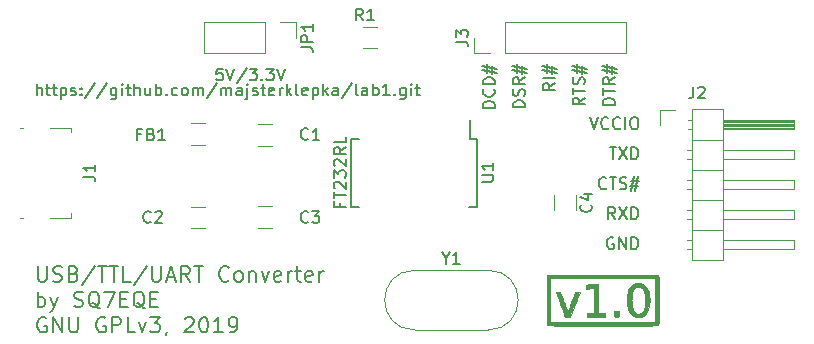
<source format=gbr>
%TF.GenerationSoftware,KiCad,Pcbnew,5.1.6-c6e7f7d~86~ubuntu18.04.1*%
%TF.CreationDate,2020-05-25T18:47:43+02:00*%
%TF.ProjectId,ft232rl_converter_v1,66743233-3272-46c5-9f63-6f6e76657274,1.0*%
%TF.SameCoordinates,PX4fefde0PY4d83c00*%
%TF.FileFunction,Legend,Top*%
%TF.FilePolarity,Positive*%
%FSLAX46Y46*%
G04 Gerber Fmt 4.6, Leading zero omitted, Abs format (unit mm)*
G04 Created by KiCad (PCBNEW 5.1.6-c6e7f7d~86~ubuntu18.04.1) date 2020-05-25 18:47:43*
%MOMM*%
%LPD*%
G01*
G04 APERTURE LIST*
%ADD10C,0.150000*%
%ADD11C,0.200000*%
%ADD12C,0.010000*%
%ADD13C,0.120000*%
%ADD14R,0.552000X1.852000*%
%ADD15O,1.802000X1.802000*%
%ADD16R,1.802000X1.802000*%
%ADD17C,1.602000*%
%ADD18R,2.002000X1.277000*%
%ADD19R,2.002000X2.477000*%
%ADD20R,2.202000X1.577000*%
%ADD21R,1.482000X0.552000*%
G04 APERTURE END LIST*
D10*
X2875595Y22407620D02*
X2875595Y23407620D01*
X3304166Y22407620D02*
X3304166Y22931429D01*
X3256547Y23026667D01*
X3161309Y23074286D01*
X3018452Y23074286D01*
X2923214Y23026667D01*
X2875595Y22979048D01*
X3637500Y23074286D02*
X4018452Y23074286D01*
X3780357Y23407620D02*
X3780357Y22550477D01*
X3827976Y22455239D01*
X3923214Y22407620D01*
X4018452Y22407620D01*
X4208928Y23074286D02*
X4589880Y23074286D01*
X4351785Y23407620D02*
X4351785Y22550477D01*
X4399404Y22455239D01*
X4494642Y22407620D01*
X4589880Y22407620D01*
X4923214Y23074286D02*
X4923214Y22074286D01*
X4923214Y23026667D02*
X5018452Y23074286D01*
X5208928Y23074286D01*
X5304166Y23026667D01*
X5351785Y22979048D01*
X5399404Y22883810D01*
X5399404Y22598096D01*
X5351785Y22502858D01*
X5304166Y22455239D01*
X5208928Y22407620D01*
X5018452Y22407620D01*
X4923214Y22455239D01*
X5780357Y22455239D02*
X5875595Y22407620D01*
X6066071Y22407620D01*
X6161309Y22455239D01*
X6208928Y22550477D01*
X6208928Y22598096D01*
X6161309Y22693334D01*
X6066071Y22740953D01*
X5923214Y22740953D01*
X5827976Y22788572D01*
X5780357Y22883810D01*
X5780357Y22931429D01*
X5827976Y23026667D01*
X5923214Y23074286D01*
X6066071Y23074286D01*
X6161309Y23026667D01*
X6637500Y22502858D02*
X6685119Y22455239D01*
X6637500Y22407620D01*
X6589880Y22455239D01*
X6637500Y22502858D01*
X6637500Y22407620D01*
X6637500Y23026667D02*
X6685119Y22979048D01*
X6637500Y22931429D01*
X6589880Y22979048D01*
X6637500Y23026667D01*
X6637500Y22931429D01*
X7827976Y23455239D02*
X6970833Y22169524D01*
X8875595Y23455239D02*
X8018452Y22169524D01*
X9637500Y23074286D02*
X9637500Y22264762D01*
X9589880Y22169524D01*
X9542261Y22121905D01*
X9447023Y22074286D01*
X9304166Y22074286D01*
X9208928Y22121905D01*
X9637500Y22455239D02*
X9542261Y22407620D01*
X9351785Y22407620D01*
X9256547Y22455239D01*
X9208928Y22502858D01*
X9161309Y22598096D01*
X9161309Y22883810D01*
X9208928Y22979048D01*
X9256547Y23026667D01*
X9351785Y23074286D01*
X9542261Y23074286D01*
X9637500Y23026667D01*
X10113690Y22407620D02*
X10113690Y23074286D01*
X10113690Y23407620D02*
X10066071Y23360000D01*
X10113690Y23312381D01*
X10161309Y23360000D01*
X10113690Y23407620D01*
X10113690Y23312381D01*
X10447023Y23074286D02*
X10827976Y23074286D01*
X10589880Y23407620D02*
X10589880Y22550477D01*
X10637500Y22455239D01*
X10732738Y22407620D01*
X10827976Y22407620D01*
X11161309Y22407620D02*
X11161309Y23407620D01*
X11589880Y22407620D02*
X11589880Y22931429D01*
X11542261Y23026667D01*
X11447023Y23074286D01*
X11304166Y23074286D01*
X11208928Y23026667D01*
X11161309Y22979048D01*
X12494642Y23074286D02*
X12494642Y22407620D01*
X12066071Y23074286D02*
X12066071Y22550477D01*
X12113690Y22455239D01*
X12208928Y22407620D01*
X12351785Y22407620D01*
X12447023Y22455239D01*
X12494642Y22502858D01*
X12970833Y22407620D02*
X12970833Y23407620D01*
X12970833Y23026667D02*
X13066071Y23074286D01*
X13256547Y23074286D01*
X13351785Y23026667D01*
X13399404Y22979048D01*
X13447023Y22883810D01*
X13447023Y22598096D01*
X13399404Y22502858D01*
X13351785Y22455239D01*
X13256547Y22407620D01*
X13066071Y22407620D01*
X12970833Y22455239D01*
X13875595Y22502858D02*
X13923214Y22455239D01*
X13875595Y22407620D01*
X13827976Y22455239D01*
X13875595Y22502858D01*
X13875595Y22407620D01*
X14780357Y22455239D02*
X14685119Y22407620D01*
X14494642Y22407620D01*
X14399404Y22455239D01*
X14351785Y22502858D01*
X14304166Y22598096D01*
X14304166Y22883810D01*
X14351785Y22979048D01*
X14399404Y23026667D01*
X14494642Y23074286D01*
X14685119Y23074286D01*
X14780357Y23026667D01*
X15351785Y22407620D02*
X15256547Y22455239D01*
X15208928Y22502858D01*
X15161309Y22598096D01*
X15161309Y22883810D01*
X15208928Y22979048D01*
X15256547Y23026667D01*
X15351785Y23074286D01*
X15494642Y23074286D01*
X15589880Y23026667D01*
X15637500Y22979048D01*
X15685119Y22883810D01*
X15685119Y22598096D01*
X15637500Y22502858D01*
X15589880Y22455239D01*
X15494642Y22407620D01*
X15351785Y22407620D01*
X16113690Y22407620D02*
X16113690Y23074286D01*
X16113690Y22979048D02*
X16161309Y23026667D01*
X16256547Y23074286D01*
X16399404Y23074286D01*
X16494642Y23026667D01*
X16542261Y22931429D01*
X16542261Y22407620D01*
X16542261Y22931429D02*
X16589880Y23026667D01*
X16685119Y23074286D01*
X16827976Y23074286D01*
X16923214Y23026667D01*
X16970833Y22931429D01*
X16970833Y22407620D01*
X18161309Y23455239D02*
X17304166Y22169524D01*
X18494642Y22407620D02*
X18494642Y23074286D01*
X18494642Y22979048D02*
X18542261Y23026667D01*
X18637500Y23074286D01*
X18780357Y23074286D01*
X18875595Y23026667D01*
X18923214Y22931429D01*
X18923214Y22407620D01*
X18923214Y22931429D02*
X18970833Y23026667D01*
X19066071Y23074286D01*
X19208928Y23074286D01*
X19304166Y23026667D01*
X19351785Y22931429D01*
X19351785Y22407620D01*
X20256547Y22407620D02*
X20256547Y22931429D01*
X20208928Y23026667D01*
X20113690Y23074286D01*
X19923214Y23074286D01*
X19827976Y23026667D01*
X20256547Y22455239D02*
X20161309Y22407620D01*
X19923214Y22407620D01*
X19827976Y22455239D01*
X19780357Y22550477D01*
X19780357Y22645715D01*
X19827976Y22740953D01*
X19923214Y22788572D01*
X20161309Y22788572D01*
X20256547Y22836191D01*
X20732738Y23074286D02*
X20732738Y22217143D01*
X20685119Y22121905D01*
X20589880Y22074286D01*
X20542261Y22074286D01*
X20732738Y23407620D02*
X20685119Y23360000D01*
X20732738Y23312381D01*
X20780357Y23360000D01*
X20732738Y23407620D01*
X20732738Y23312381D01*
X21161309Y22455239D02*
X21256547Y22407620D01*
X21447023Y22407620D01*
X21542261Y22455239D01*
X21589880Y22550477D01*
X21589880Y22598096D01*
X21542261Y22693334D01*
X21447023Y22740953D01*
X21304166Y22740953D01*
X21208928Y22788572D01*
X21161309Y22883810D01*
X21161309Y22931429D01*
X21208928Y23026667D01*
X21304166Y23074286D01*
X21447023Y23074286D01*
X21542261Y23026667D01*
X21875595Y23074286D02*
X22256547Y23074286D01*
X22018452Y23407620D02*
X22018452Y22550477D01*
X22066071Y22455239D01*
X22161309Y22407620D01*
X22256547Y22407620D01*
X22970833Y22455239D02*
X22875595Y22407620D01*
X22685119Y22407620D01*
X22589880Y22455239D01*
X22542261Y22550477D01*
X22542261Y22931429D01*
X22589880Y23026667D01*
X22685119Y23074286D01*
X22875595Y23074286D01*
X22970833Y23026667D01*
X23018452Y22931429D01*
X23018452Y22836191D01*
X22542261Y22740953D01*
X23447023Y22407620D02*
X23447023Y23074286D01*
X23447023Y22883810D02*
X23494642Y22979048D01*
X23542261Y23026667D01*
X23637500Y23074286D01*
X23732738Y23074286D01*
X24066071Y22407620D02*
X24066071Y23407620D01*
X24161309Y22788572D02*
X24447023Y22407620D01*
X24447023Y23074286D02*
X24066071Y22693334D01*
X25018452Y22407620D02*
X24923214Y22455239D01*
X24875595Y22550477D01*
X24875595Y23407620D01*
X25780357Y22455239D02*
X25685119Y22407620D01*
X25494642Y22407620D01*
X25399404Y22455239D01*
X25351785Y22550477D01*
X25351785Y22931429D01*
X25399404Y23026667D01*
X25494642Y23074286D01*
X25685119Y23074286D01*
X25780357Y23026667D01*
X25827976Y22931429D01*
X25827976Y22836191D01*
X25351785Y22740953D01*
X26256547Y23074286D02*
X26256547Y22074286D01*
X26256547Y23026667D02*
X26351785Y23074286D01*
X26542261Y23074286D01*
X26637500Y23026667D01*
X26685119Y22979048D01*
X26732738Y22883810D01*
X26732738Y22598096D01*
X26685119Y22502858D01*
X26637500Y22455239D01*
X26542261Y22407620D01*
X26351785Y22407620D01*
X26256547Y22455239D01*
X27161309Y22407620D02*
X27161309Y23407620D01*
X27256547Y22788572D02*
X27542261Y22407620D01*
X27542261Y23074286D02*
X27161309Y22693334D01*
X28399404Y22407620D02*
X28399404Y22931429D01*
X28351785Y23026667D01*
X28256547Y23074286D01*
X28066071Y23074286D01*
X27970833Y23026667D01*
X28399404Y22455239D02*
X28304166Y22407620D01*
X28066071Y22407620D01*
X27970833Y22455239D01*
X27923214Y22550477D01*
X27923214Y22645715D01*
X27970833Y22740953D01*
X28066071Y22788572D01*
X28304166Y22788572D01*
X28399404Y22836191D01*
X29589880Y23455239D02*
X28732738Y22169524D01*
X30066071Y22407620D02*
X29970833Y22455239D01*
X29923214Y22550477D01*
X29923214Y23407620D01*
X30875595Y22407620D02*
X30875595Y22931429D01*
X30827976Y23026667D01*
X30732738Y23074286D01*
X30542261Y23074286D01*
X30447023Y23026667D01*
X30875595Y22455239D02*
X30780357Y22407620D01*
X30542261Y22407620D01*
X30447023Y22455239D01*
X30399404Y22550477D01*
X30399404Y22645715D01*
X30447023Y22740953D01*
X30542261Y22788572D01*
X30780357Y22788572D01*
X30875595Y22836191D01*
X31351785Y22407620D02*
X31351785Y23407620D01*
X31351785Y23026667D02*
X31447023Y23074286D01*
X31637500Y23074286D01*
X31732738Y23026667D01*
X31780357Y22979048D01*
X31827976Y22883810D01*
X31827976Y22598096D01*
X31780357Y22502858D01*
X31732738Y22455239D01*
X31637500Y22407620D01*
X31447023Y22407620D01*
X31351785Y22455239D01*
X32780357Y22407620D02*
X32208928Y22407620D01*
X32494642Y22407620D02*
X32494642Y23407620D01*
X32399404Y23264762D01*
X32304166Y23169524D01*
X32208928Y23121905D01*
X33208928Y22502858D02*
X33256547Y22455239D01*
X33208928Y22407620D01*
X33161309Y22455239D01*
X33208928Y22502858D01*
X33208928Y22407620D01*
X34113690Y23074286D02*
X34113690Y22264762D01*
X34066071Y22169524D01*
X34018452Y22121905D01*
X33923214Y22074286D01*
X33780357Y22074286D01*
X33685119Y22121905D01*
X34113690Y22455239D02*
X34018452Y22407620D01*
X33827976Y22407620D01*
X33732738Y22455239D01*
X33685119Y22502858D01*
X33637500Y22598096D01*
X33637500Y22883810D01*
X33685119Y22979048D01*
X33732738Y23026667D01*
X33827976Y23074286D01*
X34018452Y23074286D01*
X34113690Y23026667D01*
X34589880Y22407620D02*
X34589880Y23074286D01*
X34589880Y23407620D02*
X34542261Y23360000D01*
X34589880Y23312381D01*
X34637500Y23360000D01*
X34589880Y23407620D01*
X34589880Y23312381D01*
X34923214Y23074286D02*
X35304166Y23074286D01*
X35066071Y23407620D02*
X35066071Y22550477D01*
X35113690Y22455239D01*
X35208928Y22407620D01*
X35304166Y22407620D01*
D11*
X2979523Y7941905D02*
X2979523Y6889524D01*
X3041428Y6765715D01*
X3103333Y6703810D01*
X3227142Y6641905D01*
X3474761Y6641905D01*
X3598571Y6703810D01*
X3660476Y6765715D01*
X3722380Y6889524D01*
X3722380Y7941905D01*
X4279523Y6703810D02*
X4465238Y6641905D01*
X4774761Y6641905D01*
X4898571Y6703810D01*
X4960476Y6765715D01*
X5022380Y6889524D01*
X5022380Y7013334D01*
X4960476Y7137143D01*
X4898571Y7199048D01*
X4774761Y7260953D01*
X4527142Y7322858D01*
X4403333Y7384762D01*
X4341428Y7446667D01*
X4279523Y7570477D01*
X4279523Y7694286D01*
X4341428Y7818096D01*
X4403333Y7880000D01*
X4527142Y7941905D01*
X4836666Y7941905D01*
X5022380Y7880000D01*
X6012857Y7322858D02*
X6198571Y7260953D01*
X6260476Y7199048D01*
X6322380Y7075239D01*
X6322380Y6889524D01*
X6260476Y6765715D01*
X6198571Y6703810D01*
X6074761Y6641905D01*
X5579523Y6641905D01*
X5579523Y7941905D01*
X6012857Y7941905D01*
X6136666Y7880000D01*
X6198571Y7818096D01*
X6260476Y7694286D01*
X6260476Y7570477D01*
X6198571Y7446667D01*
X6136666Y7384762D01*
X6012857Y7322858D01*
X5579523Y7322858D01*
X7808095Y8003810D02*
X6693809Y6332381D01*
X8055714Y7941905D02*
X8798571Y7941905D01*
X8427142Y6641905D02*
X8427142Y7941905D01*
X9046190Y7941905D02*
X9789047Y7941905D01*
X9417619Y6641905D02*
X9417619Y7941905D01*
X10841428Y6641905D02*
X10222380Y6641905D01*
X10222380Y7941905D01*
X12203333Y8003810D02*
X11089047Y6332381D01*
X12636666Y7941905D02*
X12636666Y6889524D01*
X12698571Y6765715D01*
X12760476Y6703810D01*
X12884285Y6641905D01*
X13131904Y6641905D01*
X13255714Y6703810D01*
X13317619Y6765715D01*
X13379523Y6889524D01*
X13379523Y7941905D01*
X13936666Y7013334D02*
X14555714Y7013334D01*
X13812857Y6641905D02*
X14246190Y7941905D01*
X14679523Y6641905D01*
X15855714Y6641905D02*
X15422380Y7260953D01*
X15112857Y6641905D02*
X15112857Y7941905D01*
X15608095Y7941905D01*
X15731904Y7880000D01*
X15793809Y7818096D01*
X15855714Y7694286D01*
X15855714Y7508572D01*
X15793809Y7384762D01*
X15731904Y7322858D01*
X15608095Y7260953D01*
X15112857Y7260953D01*
X16227142Y7941905D02*
X16970000Y7941905D01*
X16598571Y6641905D02*
X16598571Y7941905D01*
X19136666Y6765715D02*
X19074761Y6703810D01*
X18889047Y6641905D01*
X18765238Y6641905D01*
X18579523Y6703810D01*
X18455714Y6827620D01*
X18393809Y6951429D01*
X18331904Y7199048D01*
X18331904Y7384762D01*
X18393809Y7632381D01*
X18455714Y7756191D01*
X18579523Y7880000D01*
X18765238Y7941905D01*
X18889047Y7941905D01*
X19074761Y7880000D01*
X19136666Y7818096D01*
X19879523Y6641905D02*
X19755714Y6703810D01*
X19693809Y6765715D01*
X19631904Y6889524D01*
X19631904Y7260953D01*
X19693809Y7384762D01*
X19755714Y7446667D01*
X19879523Y7508572D01*
X20065238Y7508572D01*
X20189047Y7446667D01*
X20250952Y7384762D01*
X20312857Y7260953D01*
X20312857Y6889524D01*
X20250952Y6765715D01*
X20189047Y6703810D01*
X20065238Y6641905D01*
X19879523Y6641905D01*
X20870000Y7508572D02*
X20870000Y6641905D01*
X20870000Y7384762D02*
X20931904Y7446667D01*
X21055714Y7508572D01*
X21241428Y7508572D01*
X21365238Y7446667D01*
X21427142Y7322858D01*
X21427142Y6641905D01*
X21922380Y7508572D02*
X22231904Y6641905D01*
X22541428Y7508572D01*
X23531904Y6703810D02*
X23408095Y6641905D01*
X23160476Y6641905D01*
X23036666Y6703810D01*
X22974761Y6827620D01*
X22974761Y7322858D01*
X23036666Y7446667D01*
X23160476Y7508572D01*
X23408095Y7508572D01*
X23531904Y7446667D01*
X23593809Y7322858D01*
X23593809Y7199048D01*
X22974761Y7075239D01*
X24150952Y6641905D02*
X24150952Y7508572D01*
X24150952Y7260953D02*
X24212857Y7384762D01*
X24274761Y7446667D01*
X24398571Y7508572D01*
X24522380Y7508572D01*
X24770000Y7508572D02*
X25265238Y7508572D01*
X24955714Y7941905D02*
X24955714Y6827620D01*
X25017619Y6703810D01*
X25141428Y6641905D01*
X25265238Y6641905D01*
X26193809Y6703810D02*
X26070000Y6641905D01*
X25822380Y6641905D01*
X25698571Y6703810D01*
X25636666Y6827620D01*
X25636666Y7322858D01*
X25698571Y7446667D01*
X25822380Y7508572D01*
X26070000Y7508572D01*
X26193809Y7446667D01*
X26255714Y7322858D01*
X26255714Y7199048D01*
X25636666Y7075239D01*
X26812857Y6641905D02*
X26812857Y7508572D01*
X26812857Y7260953D02*
X26874761Y7384762D01*
X26936666Y7446667D01*
X27060476Y7508572D01*
X27184285Y7508572D01*
X2979523Y4491905D02*
X2979523Y5791905D01*
X2979523Y5296667D02*
X3103333Y5358572D01*
X3350952Y5358572D01*
X3474761Y5296667D01*
X3536666Y5234762D01*
X3598571Y5110953D01*
X3598571Y4739524D01*
X3536666Y4615715D01*
X3474761Y4553810D01*
X3350952Y4491905D01*
X3103333Y4491905D01*
X2979523Y4553810D01*
X4031904Y5358572D02*
X4341428Y4491905D01*
X4650952Y5358572D02*
X4341428Y4491905D01*
X4217619Y4182381D01*
X4155714Y4120477D01*
X4031904Y4058572D01*
X6074761Y4553810D02*
X6260476Y4491905D01*
X6570000Y4491905D01*
X6693809Y4553810D01*
X6755714Y4615715D01*
X6817619Y4739524D01*
X6817619Y4863334D01*
X6755714Y4987143D01*
X6693809Y5049048D01*
X6570000Y5110953D01*
X6322380Y5172858D01*
X6198571Y5234762D01*
X6136666Y5296667D01*
X6074761Y5420477D01*
X6074761Y5544286D01*
X6136666Y5668096D01*
X6198571Y5730000D01*
X6322380Y5791905D01*
X6631904Y5791905D01*
X6817619Y5730000D01*
X8241428Y4368096D02*
X8117619Y4430000D01*
X7993809Y4553810D01*
X7808095Y4739524D01*
X7684285Y4801429D01*
X7560476Y4801429D01*
X7622380Y4491905D02*
X7498571Y4553810D01*
X7374761Y4677620D01*
X7312857Y4925239D01*
X7312857Y5358572D01*
X7374761Y5606191D01*
X7498571Y5730000D01*
X7622380Y5791905D01*
X7870000Y5791905D01*
X7993809Y5730000D01*
X8117619Y5606191D01*
X8179523Y5358572D01*
X8179523Y4925239D01*
X8117619Y4677620D01*
X7993809Y4553810D01*
X7870000Y4491905D01*
X7622380Y4491905D01*
X8612857Y5791905D02*
X9479523Y5791905D01*
X8922380Y4491905D01*
X9974761Y5172858D02*
X10408095Y5172858D01*
X10593809Y4491905D02*
X9974761Y4491905D01*
X9974761Y5791905D01*
X10593809Y5791905D01*
X12017619Y4368096D02*
X11893809Y4430000D01*
X11770000Y4553810D01*
X11584285Y4739524D01*
X11460476Y4801429D01*
X11336666Y4801429D01*
X11398571Y4491905D02*
X11274761Y4553810D01*
X11150952Y4677620D01*
X11089047Y4925239D01*
X11089047Y5358572D01*
X11150952Y5606191D01*
X11274761Y5730000D01*
X11398571Y5791905D01*
X11646190Y5791905D01*
X11770000Y5730000D01*
X11893809Y5606191D01*
X11955714Y5358572D01*
X11955714Y4925239D01*
X11893809Y4677620D01*
X11770000Y4553810D01*
X11646190Y4491905D01*
X11398571Y4491905D01*
X12512857Y5172858D02*
X12946190Y5172858D01*
X13131904Y4491905D02*
X12512857Y4491905D01*
X12512857Y5791905D01*
X13131904Y5791905D01*
X3660476Y3580000D02*
X3536666Y3641905D01*
X3350952Y3641905D01*
X3165238Y3580000D01*
X3041428Y3456191D01*
X2979523Y3332381D01*
X2917619Y3084762D01*
X2917619Y2899048D01*
X2979523Y2651429D01*
X3041428Y2527620D01*
X3165238Y2403810D01*
X3350952Y2341905D01*
X3474761Y2341905D01*
X3660476Y2403810D01*
X3722380Y2465715D01*
X3722380Y2899048D01*
X3474761Y2899048D01*
X4279523Y2341905D02*
X4279523Y3641905D01*
X5022380Y2341905D01*
X5022380Y3641905D01*
X5641428Y3641905D02*
X5641428Y2589524D01*
X5703333Y2465715D01*
X5765238Y2403810D01*
X5889047Y2341905D01*
X6136666Y2341905D01*
X6260476Y2403810D01*
X6322380Y2465715D01*
X6384285Y2589524D01*
X6384285Y3641905D01*
X8674761Y3580000D02*
X8550952Y3641905D01*
X8365238Y3641905D01*
X8179523Y3580000D01*
X8055714Y3456191D01*
X7993809Y3332381D01*
X7931904Y3084762D01*
X7931904Y2899048D01*
X7993809Y2651429D01*
X8055714Y2527620D01*
X8179523Y2403810D01*
X8365238Y2341905D01*
X8489047Y2341905D01*
X8674761Y2403810D01*
X8736666Y2465715D01*
X8736666Y2899048D01*
X8489047Y2899048D01*
X9293809Y2341905D02*
X9293809Y3641905D01*
X9789047Y3641905D01*
X9912857Y3580000D01*
X9974761Y3518096D01*
X10036666Y3394286D01*
X10036666Y3208572D01*
X9974761Y3084762D01*
X9912857Y3022858D01*
X9789047Y2960953D01*
X9293809Y2960953D01*
X11212857Y2341905D02*
X10593809Y2341905D01*
X10593809Y3641905D01*
X11522380Y3208572D02*
X11831904Y2341905D01*
X12141428Y3208572D01*
X12512857Y3641905D02*
X13317619Y3641905D01*
X12884285Y3146667D01*
X13070000Y3146667D01*
X13193809Y3084762D01*
X13255714Y3022858D01*
X13317619Y2899048D01*
X13317619Y2589524D01*
X13255714Y2465715D01*
X13193809Y2403810D01*
X13070000Y2341905D01*
X12698571Y2341905D01*
X12574761Y2403810D01*
X12512857Y2465715D01*
X13936666Y2403810D02*
X13936666Y2341905D01*
X13874761Y2218096D01*
X13812857Y2156191D01*
X15422380Y3518096D02*
X15484285Y3580000D01*
X15608095Y3641905D01*
X15917619Y3641905D01*
X16041428Y3580000D01*
X16103333Y3518096D01*
X16165238Y3394286D01*
X16165238Y3270477D01*
X16103333Y3084762D01*
X15360476Y2341905D01*
X16165238Y2341905D01*
X16970000Y3641905D02*
X17093809Y3641905D01*
X17217619Y3580000D01*
X17279523Y3518096D01*
X17341428Y3394286D01*
X17403333Y3146667D01*
X17403333Y2837143D01*
X17341428Y2589524D01*
X17279523Y2465715D01*
X17217619Y2403810D01*
X17093809Y2341905D01*
X16970000Y2341905D01*
X16846190Y2403810D01*
X16784285Y2465715D01*
X16722380Y2589524D01*
X16660476Y2837143D01*
X16660476Y3146667D01*
X16722380Y3394286D01*
X16784285Y3518096D01*
X16846190Y3580000D01*
X16970000Y3641905D01*
X18641428Y2341905D02*
X17898571Y2341905D01*
X18270000Y2341905D02*
X18270000Y3641905D01*
X18146190Y3456191D01*
X18022380Y3332381D01*
X17898571Y3270477D01*
X19260476Y2341905D02*
X19508095Y2341905D01*
X19631904Y2403810D01*
X19693809Y2465715D01*
X19817619Y2651429D01*
X19879523Y2899048D01*
X19879523Y3394286D01*
X19817619Y3518096D01*
X19755714Y3580000D01*
X19631904Y3641905D01*
X19384285Y3641905D01*
X19260476Y3580000D01*
X19198571Y3518096D01*
X19136666Y3394286D01*
X19136666Y3084762D01*
X19198571Y2960953D01*
X19260476Y2899048D01*
X19384285Y2837143D01*
X19631904Y2837143D01*
X19755714Y2899048D01*
X19817619Y2960953D01*
X19879523Y3084762D01*
D10*
X51718785Y10346500D02*
X51623547Y10394120D01*
X51480690Y10394120D01*
X51337833Y10346500D01*
X51242595Y10251262D01*
X51194976Y10156024D01*
X51147357Y9965548D01*
X51147357Y9822691D01*
X51194976Y9632215D01*
X51242595Y9536977D01*
X51337833Y9441739D01*
X51480690Y9394120D01*
X51575928Y9394120D01*
X51718785Y9441739D01*
X51766404Y9489358D01*
X51766404Y9822691D01*
X51575928Y9822691D01*
X52194976Y9394120D02*
X52194976Y10394120D01*
X52766404Y9394120D01*
X52766404Y10394120D01*
X53242595Y9394120D02*
X53242595Y10394120D01*
X53480690Y10394120D01*
X53623547Y10346500D01*
X53718785Y10251262D01*
X53766404Y10156024D01*
X53814023Y9965548D01*
X53814023Y9822691D01*
X53766404Y9632215D01*
X53718785Y9536977D01*
X53623547Y9441739D01*
X53480690Y9394120D01*
X53242595Y9394120D01*
X51861642Y11934120D02*
X51528309Y12410310D01*
X51290214Y11934120D02*
X51290214Y12934120D01*
X51671166Y12934120D01*
X51766404Y12886500D01*
X51814023Y12838881D01*
X51861642Y12743643D01*
X51861642Y12600786D01*
X51814023Y12505548D01*
X51766404Y12457929D01*
X51671166Y12410310D01*
X51290214Y12410310D01*
X52194976Y12934120D02*
X52861642Y11934120D01*
X52861642Y12934120D02*
X52194976Y11934120D01*
X53242595Y11934120D02*
X53242595Y12934120D01*
X53480690Y12934120D01*
X53623547Y12886500D01*
X53718785Y12791262D01*
X53766404Y12696024D01*
X53814023Y12505548D01*
X53814023Y12362691D01*
X53766404Y12172215D01*
X53718785Y12076977D01*
X53623547Y11981739D01*
X53480690Y11934120D01*
X53242595Y11934120D01*
X51099738Y14569358D02*
X51052119Y14521739D01*
X50909261Y14474120D01*
X50814023Y14474120D01*
X50671166Y14521739D01*
X50575928Y14616977D01*
X50528309Y14712215D01*
X50480690Y14902691D01*
X50480690Y15045548D01*
X50528309Y15236024D01*
X50575928Y15331262D01*
X50671166Y15426500D01*
X50814023Y15474120D01*
X50909261Y15474120D01*
X51052119Y15426500D01*
X51099738Y15378881D01*
X51385452Y15474120D02*
X51956880Y15474120D01*
X51671166Y14474120D02*
X51671166Y15474120D01*
X52242595Y14521739D02*
X52385452Y14474120D01*
X52623547Y14474120D01*
X52718785Y14521739D01*
X52766404Y14569358D01*
X52814023Y14664596D01*
X52814023Y14759834D01*
X52766404Y14855072D01*
X52718785Y14902691D01*
X52623547Y14950310D01*
X52433071Y14997929D01*
X52337833Y15045548D01*
X52290214Y15093167D01*
X52242595Y15188405D01*
X52242595Y15283643D01*
X52290214Y15378881D01*
X52337833Y15426500D01*
X52433071Y15474120D01*
X52671166Y15474120D01*
X52814023Y15426500D01*
X53194976Y15140786D02*
X53909261Y15140786D01*
X53480690Y15569358D02*
X53194976Y14283643D01*
X53814023Y14712215D02*
X53099738Y14712215D01*
X53528309Y14283643D02*
X53814023Y15569358D01*
X51385452Y18014120D02*
X51956880Y18014120D01*
X51671166Y17014120D02*
X51671166Y18014120D01*
X52194976Y18014120D02*
X52861642Y17014120D01*
X52861642Y18014120D02*
X52194976Y17014120D01*
X53242595Y17014120D02*
X53242595Y18014120D01*
X53480690Y18014120D01*
X53623547Y17966500D01*
X53718785Y17871262D01*
X53766404Y17776024D01*
X53814023Y17585548D01*
X53814023Y17442691D01*
X53766404Y17252215D01*
X53718785Y17156977D01*
X53623547Y17061739D01*
X53480690Y17014120D01*
X53242595Y17014120D01*
X49718785Y20554120D02*
X50052119Y19554120D01*
X50385452Y20554120D01*
X51290214Y19649358D02*
X51242595Y19601739D01*
X51099738Y19554120D01*
X51004500Y19554120D01*
X50861642Y19601739D01*
X50766404Y19696977D01*
X50718785Y19792215D01*
X50671166Y19982691D01*
X50671166Y20125548D01*
X50718785Y20316024D01*
X50766404Y20411262D01*
X50861642Y20506500D01*
X51004500Y20554120D01*
X51099738Y20554120D01*
X51242595Y20506500D01*
X51290214Y20458881D01*
X52290214Y19649358D02*
X52242595Y19601739D01*
X52099738Y19554120D01*
X52004500Y19554120D01*
X51861642Y19601739D01*
X51766404Y19696977D01*
X51718785Y19792215D01*
X51671166Y19982691D01*
X51671166Y20125548D01*
X51718785Y20316024D01*
X51766404Y20411262D01*
X51861642Y20506500D01*
X52004500Y20554120D01*
X52099738Y20554120D01*
X52242595Y20506500D01*
X52290214Y20458881D01*
X52718785Y19554120D02*
X52718785Y20554120D01*
X53385452Y20554120D02*
X53575928Y20554120D01*
X53671166Y20506500D01*
X53766404Y20411262D01*
X53814023Y20220786D01*
X53814023Y19887453D01*
X53766404Y19696977D01*
X53671166Y19601739D01*
X53575928Y19554120D01*
X53385452Y19554120D01*
X53290214Y19601739D01*
X53194976Y19696977D01*
X53147357Y19887453D01*
X53147357Y20220786D01*
X53194976Y20411262D01*
X53290214Y20506500D01*
X53385452Y20554120D01*
X51819880Y21598143D02*
X50819880Y21598143D01*
X50819880Y21836239D01*
X50867500Y21979096D01*
X50962738Y22074334D01*
X51057976Y22121953D01*
X51248452Y22169572D01*
X51391309Y22169572D01*
X51581785Y22121953D01*
X51677023Y22074334D01*
X51772261Y21979096D01*
X51819880Y21836239D01*
X51819880Y21598143D01*
X50819880Y22455286D02*
X50819880Y23026715D01*
X51819880Y22741000D02*
X50819880Y22741000D01*
X51819880Y23931477D02*
X51343690Y23598143D01*
X51819880Y23360048D02*
X50819880Y23360048D01*
X50819880Y23741000D01*
X50867500Y23836239D01*
X50915119Y23883858D01*
X51010357Y23931477D01*
X51153214Y23931477D01*
X51248452Y23883858D01*
X51296071Y23836239D01*
X51343690Y23741000D01*
X51343690Y23360048D01*
X51153214Y24312429D02*
X51153214Y25026715D01*
X50724642Y24598143D02*
X52010357Y24312429D01*
X51581785Y24931477D02*
X51581785Y24217191D01*
X52010357Y24645762D02*
X50724642Y24931477D01*
X49279880Y22217191D02*
X48803690Y21883858D01*
X49279880Y21645763D02*
X48279880Y21645763D01*
X48279880Y22026715D01*
X48327500Y22121953D01*
X48375119Y22169572D01*
X48470357Y22217191D01*
X48613214Y22217191D01*
X48708452Y22169572D01*
X48756071Y22121953D01*
X48803690Y22026715D01*
X48803690Y21645763D01*
X48279880Y22502906D02*
X48279880Y23074334D01*
X49279880Y22788620D02*
X48279880Y22788620D01*
X49232261Y23360049D02*
X49279880Y23502906D01*
X49279880Y23741001D01*
X49232261Y23836239D01*
X49184642Y23883858D01*
X49089404Y23931477D01*
X48994166Y23931477D01*
X48898928Y23883858D01*
X48851309Y23836239D01*
X48803690Y23741001D01*
X48756071Y23550525D01*
X48708452Y23455287D01*
X48660833Y23407668D01*
X48565595Y23360049D01*
X48470357Y23360049D01*
X48375119Y23407668D01*
X48327500Y23455287D01*
X48279880Y23550525D01*
X48279880Y23788620D01*
X48327500Y23931477D01*
X48613214Y24312430D02*
X48613214Y25026715D01*
X48184642Y24598144D02*
X49470357Y24312430D01*
X49041785Y24931477D02*
X49041785Y24217191D01*
X49470357Y24645763D02*
X48184642Y24931477D01*
X46739880Y23455287D02*
X46263690Y23121954D01*
X46739880Y22883858D02*
X45739880Y22883858D01*
X45739880Y23264811D01*
X45787500Y23360049D01*
X45835119Y23407668D01*
X45930357Y23455287D01*
X46073214Y23455287D01*
X46168452Y23407668D01*
X46216071Y23360049D01*
X46263690Y23264811D01*
X46263690Y22883858D01*
X46739880Y23883858D02*
X45739880Y23883858D01*
X46073214Y24312430D02*
X46073214Y25026716D01*
X45644642Y24598144D02*
X46930357Y24312430D01*
X46501785Y24931478D02*
X46501785Y24217192D01*
X46930357Y24645763D02*
X45644642Y24931478D01*
X44199880Y21407667D02*
X43199880Y21407667D01*
X43199880Y21645762D01*
X43247500Y21788620D01*
X43342738Y21883858D01*
X43437976Y21931477D01*
X43628452Y21979096D01*
X43771309Y21979096D01*
X43961785Y21931477D01*
X44057023Y21883858D01*
X44152261Y21788620D01*
X44199880Y21645762D01*
X44199880Y21407667D01*
X44152261Y22360048D02*
X44199880Y22502905D01*
X44199880Y22741001D01*
X44152261Y22836239D01*
X44104642Y22883858D01*
X44009404Y22931477D01*
X43914166Y22931477D01*
X43818928Y22883858D01*
X43771309Y22836239D01*
X43723690Y22741001D01*
X43676071Y22550524D01*
X43628452Y22455286D01*
X43580833Y22407667D01*
X43485595Y22360048D01*
X43390357Y22360048D01*
X43295119Y22407667D01*
X43247500Y22455286D01*
X43199880Y22550524D01*
X43199880Y22788620D01*
X43247500Y22931477D01*
X44199880Y23931477D02*
X43723690Y23598143D01*
X44199880Y23360048D02*
X43199880Y23360048D01*
X43199880Y23741001D01*
X43247500Y23836239D01*
X43295119Y23883858D01*
X43390357Y23931477D01*
X43533214Y23931477D01*
X43628452Y23883858D01*
X43676071Y23836239D01*
X43723690Y23741001D01*
X43723690Y23360048D01*
X43533214Y24312429D02*
X43533214Y25026715D01*
X43104642Y24598143D02*
X44390357Y24312429D01*
X43961785Y24931477D02*
X43961785Y24217191D01*
X44390357Y24645762D02*
X43104642Y24931477D01*
X41659880Y21360049D02*
X40659880Y21360049D01*
X40659880Y21598144D01*
X40707500Y21741001D01*
X40802738Y21836239D01*
X40897976Y21883858D01*
X41088452Y21931477D01*
X41231309Y21931477D01*
X41421785Y21883858D01*
X41517023Y21836239D01*
X41612261Y21741001D01*
X41659880Y21598144D01*
X41659880Y21360049D01*
X41564642Y22931477D02*
X41612261Y22883858D01*
X41659880Y22741001D01*
X41659880Y22645763D01*
X41612261Y22502906D01*
X41517023Y22407668D01*
X41421785Y22360049D01*
X41231309Y22312430D01*
X41088452Y22312430D01*
X40897976Y22360049D01*
X40802738Y22407668D01*
X40707500Y22502906D01*
X40659880Y22645763D01*
X40659880Y22741001D01*
X40707500Y22883858D01*
X40755119Y22931477D01*
X41659880Y23360049D02*
X40659880Y23360049D01*
X40659880Y23598144D01*
X40707500Y23741001D01*
X40802738Y23836239D01*
X40897976Y23883858D01*
X41088452Y23931477D01*
X41231309Y23931477D01*
X41421785Y23883858D01*
X41517023Y23836239D01*
X41612261Y23741001D01*
X41659880Y23598144D01*
X41659880Y23360049D01*
X40993214Y24312430D02*
X40993214Y25026715D01*
X40564642Y24598144D02*
X41850357Y24312430D01*
X41421785Y24931477D02*
X41421785Y24217192D01*
X41850357Y24645763D02*
X40564642Y24931477D01*
X18621666Y24677620D02*
X18145476Y24677620D01*
X18097857Y24201429D01*
X18145476Y24249048D01*
X18240714Y24296667D01*
X18478809Y24296667D01*
X18574047Y24249048D01*
X18621666Y24201429D01*
X18669285Y24106191D01*
X18669285Y23868096D01*
X18621666Y23772858D01*
X18574047Y23725239D01*
X18478809Y23677620D01*
X18240714Y23677620D01*
X18145476Y23725239D01*
X18097857Y23772858D01*
X18955000Y24677620D02*
X19288333Y23677620D01*
X19621666Y24677620D01*
X20669285Y24725239D02*
X19812142Y23439524D01*
X20907380Y24677620D02*
X21526428Y24677620D01*
X21193095Y24296667D01*
X21335952Y24296667D01*
X21431190Y24249048D01*
X21478809Y24201429D01*
X21526428Y24106191D01*
X21526428Y23868096D01*
X21478809Y23772858D01*
X21431190Y23725239D01*
X21335952Y23677620D01*
X21050238Y23677620D01*
X20955000Y23725239D01*
X20907380Y23772858D01*
X21955000Y23772858D02*
X22002619Y23725239D01*
X21955000Y23677620D01*
X21907380Y23725239D01*
X21955000Y23772858D01*
X21955000Y23677620D01*
X22335952Y24677620D02*
X22955000Y24677620D01*
X22621666Y24296667D01*
X22764523Y24296667D01*
X22859761Y24249048D01*
X22907380Y24201429D01*
X22955000Y24106191D01*
X22955000Y23868096D01*
X22907380Y23772858D01*
X22859761Y23725239D01*
X22764523Y23677620D01*
X22478809Y23677620D01*
X22383571Y23725239D01*
X22335952Y23772858D01*
X23240714Y24677620D02*
X23574047Y23677620D01*
X23907380Y24677620D01*
%TO.C,U1*%
X40170000Y18750000D02*
X39595000Y18750000D01*
X40170000Y13000000D02*
X39520000Y13000000D01*
X29520000Y13000000D02*
X30170000Y13000000D01*
X29520000Y18750000D02*
X30170000Y18750000D01*
X40170000Y18750000D02*
X40170000Y13000000D01*
X29520000Y18750000D02*
X29520000Y13000000D01*
X39595000Y18750000D02*
X39595000Y20350000D01*
D12*
%TO.C,G\u002A\u002A\u002A*%
G36*
X51322917Y7238997D02*
G01*
X51805164Y7238976D01*
X52248403Y7238922D01*
X52654297Y7238822D01*
X53024510Y7238659D01*
X53360703Y7238419D01*
X53664540Y7238086D01*
X53937684Y7237647D01*
X54181797Y7237085D01*
X54398542Y7236386D01*
X54589583Y7235534D01*
X54756582Y7234516D01*
X54901201Y7233316D01*
X55025104Y7231918D01*
X55129954Y7230308D01*
X55217413Y7228472D01*
X55289144Y7226393D01*
X55346811Y7224057D01*
X55392075Y7221449D01*
X55426600Y7218554D01*
X55452049Y7215357D01*
X55470084Y7211843D01*
X55482369Y7207998D01*
X55490566Y7203805D01*
X55496338Y7199251D01*
X55499000Y7196667D01*
X55505985Y7188975D01*
X55512156Y7179034D01*
X55517563Y7164327D01*
X55522258Y7142332D01*
X55526290Y7110531D01*
X55529710Y7066403D01*
X55532568Y7007429D01*
X55534914Y6931090D01*
X55536800Y6834865D01*
X55538275Y6716235D01*
X55539389Y6572681D01*
X55540194Y6401682D01*
X55540739Y6200719D01*
X55541075Y5967273D01*
X55541253Y5698823D01*
X55541322Y5392850D01*
X55541333Y5080000D01*
X55541319Y4737728D01*
X55541242Y4435269D01*
X55541052Y4170105D01*
X55540699Y3939714D01*
X55540132Y3741579D01*
X55539301Y3573178D01*
X55538156Y3431993D01*
X55536646Y3315503D01*
X55534721Y3221190D01*
X55532330Y3146533D01*
X55529423Y3089012D01*
X55525950Y3046109D01*
X55521860Y3015303D01*
X55517102Y2994074D01*
X55511627Y2979904D01*
X55505384Y2970272D01*
X55499000Y2963334D01*
X55493842Y2958580D01*
X55487146Y2954196D01*
X55477249Y2950167D01*
X55462489Y2946478D01*
X55441203Y2943114D01*
X55411728Y2940060D01*
X55372400Y2937301D01*
X55321558Y2934822D01*
X55257539Y2932608D01*
X55178679Y2930644D01*
X55083315Y2928915D01*
X54969785Y2927406D01*
X54836427Y2926102D01*
X54681576Y2924988D01*
X54503570Y2924050D01*
X54300748Y2923271D01*
X54071444Y2922638D01*
X53813997Y2922135D01*
X53526745Y2921747D01*
X53208023Y2921460D01*
X52856169Y2921257D01*
X52469521Y2921125D01*
X52046415Y2921049D01*
X51585189Y2921012D01*
X51084179Y2921001D01*
X50800000Y2921000D01*
X50277083Y2921004D01*
X49794836Y2921025D01*
X49351597Y2921079D01*
X48945702Y2921179D01*
X48575490Y2921342D01*
X48239297Y2921582D01*
X47935459Y2921915D01*
X47662316Y2922354D01*
X47418203Y2922916D01*
X47201457Y2923615D01*
X47010417Y2924467D01*
X46843418Y2925485D01*
X46698799Y2926685D01*
X46574895Y2928083D01*
X46470046Y2929693D01*
X46382587Y2931529D01*
X46310855Y2933608D01*
X46253189Y2935944D01*
X46207924Y2938552D01*
X46173399Y2941447D01*
X46147951Y2944644D01*
X46129915Y2948158D01*
X46117631Y2952003D01*
X46109434Y2956196D01*
X46103662Y2960750D01*
X46101000Y2963334D01*
X46094015Y2971026D01*
X46087844Y2980967D01*
X46082436Y2995674D01*
X46077742Y3017669D01*
X46073710Y3049470D01*
X46070290Y3093598D01*
X46067432Y3152572D01*
X46065085Y3228911D01*
X46063200Y3325136D01*
X46061725Y3443766D01*
X46060610Y3587320D01*
X46059806Y3758319D01*
X46059261Y3959282D01*
X46058924Y4192728D01*
X46058747Y4461178D01*
X46058678Y4767151D01*
X46058666Y5080000D01*
X46058681Y5422273D01*
X46058758Y5724732D01*
X46058948Y5989896D01*
X46059301Y6220287D01*
X46059867Y6418422D01*
X46060698Y6586823D01*
X46061843Y6728008D01*
X46063353Y6844498D01*
X46065279Y6938811D01*
X46065402Y6942667D01*
X46355000Y6942667D01*
X46355000Y3217334D01*
X55245000Y3217334D01*
X55245000Y6942667D01*
X46355000Y6942667D01*
X46065402Y6942667D01*
X46067670Y7013468D01*
X46070577Y7070989D01*
X46074050Y7113892D01*
X46078140Y7144698D01*
X46082898Y7165927D01*
X46088372Y7180097D01*
X46094615Y7189729D01*
X46101000Y7196667D01*
X46106158Y7201421D01*
X46112854Y7205805D01*
X46122751Y7209834D01*
X46137511Y7213523D01*
X46158797Y7216887D01*
X46188272Y7219941D01*
X46227599Y7222700D01*
X46278441Y7225179D01*
X46342461Y7227393D01*
X46421321Y7229357D01*
X46516685Y7231086D01*
X46630214Y7232595D01*
X46763573Y7233899D01*
X46918424Y7235013D01*
X47096429Y7235951D01*
X47299252Y7236730D01*
X47528556Y7237363D01*
X47786002Y7237866D01*
X48073255Y7238254D01*
X48391977Y7238541D01*
X48743831Y7238744D01*
X49130479Y7238876D01*
X49553585Y7238952D01*
X50014811Y7238989D01*
X50515820Y7239000D01*
X50800000Y7239001D01*
X51322917Y7238997D01*
G37*
X51322917Y7238997D02*
X51805164Y7238976D01*
X52248403Y7238922D01*
X52654297Y7238822D01*
X53024510Y7238659D01*
X53360703Y7238419D01*
X53664540Y7238086D01*
X53937684Y7237647D01*
X54181797Y7237085D01*
X54398542Y7236386D01*
X54589583Y7235534D01*
X54756582Y7234516D01*
X54901201Y7233316D01*
X55025104Y7231918D01*
X55129954Y7230308D01*
X55217413Y7228472D01*
X55289144Y7226393D01*
X55346811Y7224057D01*
X55392075Y7221449D01*
X55426600Y7218554D01*
X55452049Y7215357D01*
X55470084Y7211843D01*
X55482369Y7207998D01*
X55490566Y7203805D01*
X55496338Y7199251D01*
X55499000Y7196667D01*
X55505985Y7188975D01*
X55512156Y7179034D01*
X55517563Y7164327D01*
X55522258Y7142332D01*
X55526290Y7110531D01*
X55529710Y7066403D01*
X55532568Y7007429D01*
X55534914Y6931090D01*
X55536800Y6834865D01*
X55538275Y6716235D01*
X55539389Y6572681D01*
X55540194Y6401682D01*
X55540739Y6200719D01*
X55541075Y5967273D01*
X55541253Y5698823D01*
X55541322Y5392850D01*
X55541333Y5080000D01*
X55541319Y4737728D01*
X55541242Y4435269D01*
X55541052Y4170105D01*
X55540699Y3939714D01*
X55540132Y3741579D01*
X55539301Y3573178D01*
X55538156Y3431993D01*
X55536646Y3315503D01*
X55534721Y3221190D01*
X55532330Y3146533D01*
X55529423Y3089012D01*
X55525950Y3046109D01*
X55521860Y3015303D01*
X55517102Y2994074D01*
X55511627Y2979904D01*
X55505384Y2970272D01*
X55499000Y2963334D01*
X55493842Y2958580D01*
X55487146Y2954196D01*
X55477249Y2950167D01*
X55462489Y2946478D01*
X55441203Y2943114D01*
X55411728Y2940060D01*
X55372400Y2937301D01*
X55321558Y2934822D01*
X55257539Y2932608D01*
X55178679Y2930644D01*
X55083315Y2928915D01*
X54969785Y2927406D01*
X54836427Y2926102D01*
X54681576Y2924988D01*
X54503570Y2924050D01*
X54300748Y2923271D01*
X54071444Y2922638D01*
X53813997Y2922135D01*
X53526745Y2921747D01*
X53208023Y2921460D01*
X52856169Y2921257D01*
X52469521Y2921125D01*
X52046415Y2921049D01*
X51585189Y2921012D01*
X51084179Y2921001D01*
X50800000Y2921000D01*
X50277083Y2921004D01*
X49794836Y2921025D01*
X49351597Y2921079D01*
X48945702Y2921179D01*
X48575490Y2921342D01*
X48239297Y2921582D01*
X47935459Y2921915D01*
X47662316Y2922354D01*
X47418203Y2922916D01*
X47201457Y2923615D01*
X47010417Y2924467D01*
X46843418Y2925485D01*
X46698799Y2926685D01*
X46574895Y2928083D01*
X46470046Y2929693D01*
X46382587Y2931529D01*
X46310855Y2933608D01*
X46253189Y2935944D01*
X46207924Y2938552D01*
X46173399Y2941447D01*
X46147951Y2944644D01*
X46129915Y2948158D01*
X46117631Y2952003D01*
X46109434Y2956196D01*
X46103662Y2960750D01*
X46101000Y2963334D01*
X46094015Y2971026D01*
X46087844Y2980967D01*
X46082436Y2995674D01*
X46077742Y3017669D01*
X46073710Y3049470D01*
X46070290Y3093598D01*
X46067432Y3152572D01*
X46065085Y3228911D01*
X46063200Y3325136D01*
X46061725Y3443766D01*
X46060610Y3587320D01*
X46059806Y3758319D01*
X46059261Y3959282D01*
X46058924Y4192728D01*
X46058747Y4461178D01*
X46058678Y4767151D01*
X46058666Y5080000D01*
X46058681Y5422273D01*
X46058758Y5724732D01*
X46058948Y5989896D01*
X46059301Y6220287D01*
X46059867Y6418422D01*
X46060698Y6586823D01*
X46061843Y6728008D01*
X46063353Y6844498D01*
X46065279Y6938811D01*
X46065402Y6942667D01*
X46355000Y6942667D01*
X46355000Y3217334D01*
X55245000Y3217334D01*
X55245000Y6942667D01*
X46355000Y6942667D01*
X46065402Y6942667D01*
X46067670Y7013468D01*
X46070577Y7070989D01*
X46074050Y7113892D01*
X46078140Y7144698D01*
X46082898Y7165927D01*
X46088372Y7180097D01*
X46094615Y7189729D01*
X46101000Y7196667D01*
X46106158Y7201421D01*
X46112854Y7205805D01*
X46122751Y7209834D01*
X46137511Y7213523D01*
X46158797Y7216887D01*
X46188272Y7219941D01*
X46227599Y7222700D01*
X46278441Y7225179D01*
X46342461Y7227393D01*
X46421321Y7229357D01*
X46516685Y7231086D01*
X46630214Y7232595D01*
X46763573Y7233899D01*
X46918424Y7235013D01*
X47096429Y7235951D01*
X47299252Y7236730D01*
X47528556Y7237363D01*
X47786002Y7237866D01*
X48073255Y7238254D01*
X48391977Y7238541D01*
X48743831Y7238744D01*
X49130479Y7238876D01*
X49553585Y7238952D01*
X50014811Y7238989D01*
X50515820Y7239000D01*
X50800000Y7239001D01*
X51322917Y7238997D01*
G36*
X53922158Y6507806D02*
G01*
X53998249Y6503736D01*
X54057025Y6494219D01*
X54110988Y6477054D01*
X54172642Y6450040D01*
X54186667Y6443418D01*
X54344003Y6345592D01*
X54477089Y6213630D01*
X54584333Y6049157D01*
X54596356Y6025346D01*
X54649325Y5907057D01*
X54689800Y5790376D01*
X54720525Y5664167D01*
X54744239Y5517294D01*
X54762640Y5349875D01*
X54774589Y5187735D01*
X54776999Y5043170D01*
X54769885Y4892516D01*
X54763004Y4810125D01*
X54727709Y4547508D01*
X54673094Y4321283D01*
X54598258Y4129723D01*
X54502301Y3971103D01*
X54384318Y3843697D01*
X54243410Y3745780D01*
X54193668Y3720550D01*
X54114872Y3686891D01*
X54043866Y3666145D01*
X53963788Y3654676D01*
X53861579Y3648981D01*
X53764494Y3648140D01*
X53673865Y3651733D01*
X53604908Y3659016D01*
X53588622Y3662321D01*
X53420844Y3725859D01*
X53272566Y3826034D01*
X53145050Y3961279D01*
X53039559Y4130027D01*
X52957356Y4330711D01*
X52911429Y4502708D01*
X52886195Y4660671D01*
X52870421Y4846622D01*
X52864116Y5047522D01*
X52864559Y5075874D01*
X53243820Y5075874D01*
X53246019Y4908498D01*
X53253168Y4751749D01*
X53265291Y4616164D01*
X53281617Y4515753D01*
X53337325Y4329191D01*
X53411861Y4177699D01*
X53504021Y4062259D01*
X53612603Y3983856D01*
X53736405Y3943472D01*
X53874222Y3942092D01*
X53961341Y3959892D01*
X54049120Y4001443D01*
X54137693Y4072297D01*
X54215378Y4161301D01*
X54268908Y4253555D01*
X54307008Y4348804D01*
X54336140Y4440107D01*
X54357397Y4535296D01*
X54371870Y4642204D01*
X54380651Y4768664D01*
X54384831Y4922511D01*
X54385562Y5090584D01*
X54384723Y5246038D01*
X54382610Y5366952D01*
X54378625Y5461110D01*
X54372167Y5536301D01*
X54362639Y5600310D01*
X54349442Y5660924D01*
X54338501Y5702593D01*
X54274763Y5883221D01*
X54193414Y6025572D01*
X54094550Y6129552D01*
X53978268Y6195063D01*
X53844664Y6222011D01*
X53816250Y6222764D01*
X53680905Y6204151D01*
X53563294Y6148071D01*
X53463088Y6054168D01*
X53379962Y5922084D01*
X53313589Y5751462D01*
X53284072Y5640917D01*
X53266698Y5536399D01*
X53254183Y5400361D01*
X53246549Y5243341D01*
X53243820Y5075874D01*
X52864559Y5075874D01*
X52867285Y5250332D01*
X52879934Y5442013D01*
X52902070Y5609526D01*
X52910872Y5654564D01*
X52974541Y5877841D01*
X53062601Y6071142D01*
X53173700Y6232487D01*
X53306489Y6359895D01*
X53451938Y6447897D01*
X53515125Y6475240D01*
X53570387Y6492902D01*
X53630217Y6502966D01*
X53707107Y6507514D01*
X53813550Y6508629D01*
X53816250Y6508631D01*
X53922158Y6507806D01*
G37*
X53922158Y6507806D02*
X53998249Y6503736D01*
X54057025Y6494219D01*
X54110988Y6477054D01*
X54172642Y6450040D01*
X54186667Y6443418D01*
X54344003Y6345592D01*
X54477089Y6213630D01*
X54584333Y6049157D01*
X54596356Y6025346D01*
X54649325Y5907057D01*
X54689800Y5790376D01*
X54720525Y5664167D01*
X54744239Y5517294D01*
X54762640Y5349875D01*
X54774589Y5187735D01*
X54776999Y5043170D01*
X54769885Y4892516D01*
X54763004Y4810125D01*
X54727709Y4547508D01*
X54673094Y4321283D01*
X54598258Y4129723D01*
X54502301Y3971103D01*
X54384318Y3843697D01*
X54243410Y3745780D01*
X54193668Y3720550D01*
X54114872Y3686891D01*
X54043866Y3666145D01*
X53963788Y3654676D01*
X53861579Y3648981D01*
X53764494Y3648140D01*
X53673865Y3651733D01*
X53604908Y3659016D01*
X53588622Y3662321D01*
X53420844Y3725859D01*
X53272566Y3826034D01*
X53145050Y3961279D01*
X53039559Y4130027D01*
X52957356Y4330711D01*
X52911429Y4502708D01*
X52886195Y4660671D01*
X52870421Y4846622D01*
X52864116Y5047522D01*
X52864559Y5075874D01*
X53243820Y5075874D01*
X53246019Y4908498D01*
X53253168Y4751749D01*
X53265291Y4616164D01*
X53281617Y4515753D01*
X53337325Y4329191D01*
X53411861Y4177699D01*
X53504021Y4062259D01*
X53612603Y3983856D01*
X53736405Y3943472D01*
X53874222Y3942092D01*
X53961341Y3959892D01*
X54049120Y4001443D01*
X54137693Y4072297D01*
X54215378Y4161301D01*
X54268908Y4253555D01*
X54307008Y4348804D01*
X54336140Y4440107D01*
X54357397Y4535296D01*
X54371870Y4642204D01*
X54380651Y4768664D01*
X54384831Y4922511D01*
X54385562Y5090584D01*
X54384723Y5246038D01*
X54382610Y5366952D01*
X54378625Y5461110D01*
X54372167Y5536301D01*
X54362639Y5600310D01*
X54349442Y5660924D01*
X54338501Y5702593D01*
X54274763Y5883221D01*
X54193414Y6025572D01*
X54094550Y6129552D01*
X53978268Y6195063D01*
X53844664Y6222011D01*
X53816250Y6222764D01*
X53680905Y6204151D01*
X53563294Y6148071D01*
X53463088Y6054168D01*
X53379962Y5922084D01*
X53313589Y5751462D01*
X53284072Y5640917D01*
X53266698Y5536399D01*
X53254183Y5400361D01*
X53246549Y5243341D01*
X53243820Y5075874D01*
X52864559Y5075874D01*
X52867285Y5250332D01*
X52879934Y5442013D01*
X52902070Y5609526D01*
X52910872Y5654564D01*
X52974541Y5877841D01*
X53062601Y6071142D01*
X53173700Y6232487D01*
X53306489Y6359895D01*
X53451938Y6447897D01*
X53515125Y6475240D01*
X53570387Y6492902D01*
X53630217Y6502966D01*
X53707107Y6507514D01*
X53813550Y6508629D01*
X53816250Y6508631D01*
X53922158Y6507806D01*
G36*
X47141414Y5772048D02*
G01*
X47178028Y5765719D01*
X47181642Y5763535D01*
X47192130Y5740708D01*
X47215676Y5682360D01*
X47250675Y5592687D01*
X47295522Y5475879D01*
X47348612Y5336132D01*
X47408342Y5177638D01*
X47473105Y5004591D01*
X47510050Y4905375D01*
X47576714Y4726882D01*
X47639164Y4561304D01*
X47695816Y4412726D01*
X47745082Y4285236D01*
X47785376Y4182919D01*
X47815113Y4109862D01*
X47832705Y4070150D01*
X47836667Y4064000D01*
X47846740Y4083183D01*
X47869848Y4138008D01*
X47904406Y4224389D01*
X47948826Y4338238D01*
X48001524Y4475471D01*
X48060911Y4632000D01*
X48125403Y4803740D01*
X48163283Y4905375D01*
X48230120Y5084604D01*
X48292799Y5251571D01*
X48349716Y5402083D01*
X48399267Y5531946D01*
X48439847Y5636968D01*
X48469851Y5712955D01*
X48487674Y5755713D01*
X48491691Y5763535D01*
X48518860Y5770649D01*
X48577078Y5774614D01*
X48655134Y5774794D01*
X48677963Y5774119D01*
X48848573Y5767917D01*
X48765405Y5545667D01*
X48739364Y5476231D01*
X48700545Y5372933D01*
X48651112Y5241522D01*
X48593228Y5087745D01*
X48529058Y4917349D01*
X48460764Y4736084D01*
X48390511Y4549695D01*
X48372985Y4503209D01*
X48063734Y3683000D01*
X47607534Y3683000D01*
X47553217Y3825875D01*
X47534435Y3875558D01*
X47502612Y3960065D01*
X47459557Y4074581D01*
X47407079Y4214287D01*
X47346987Y4374365D01*
X47281090Y4549999D01*
X47211198Y4736370D01*
X47161729Y4868334D01*
X46824560Y5767917D01*
X46995270Y5774119D01*
X47076760Y5775060D01*
X47141414Y5772048D01*
G37*
X47141414Y5772048D02*
X47178028Y5765719D01*
X47181642Y5763535D01*
X47192130Y5740708D01*
X47215676Y5682360D01*
X47250675Y5592687D01*
X47295522Y5475879D01*
X47348612Y5336132D01*
X47408342Y5177638D01*
X47473105Y5004591D01*
X47510050Y4905375D01*
X47576714Y4726882D01*
X47639164Y4561304D01*
X47695816Y4412726D01*
X47745082Y4285236D01*
X47785376Y4182919D01*
X47815113Y4109862D01*
X47832705Y4070150D01*
X47836667Y4064000D01*
X47846740Y4083183D01*
X47869848Y4138008D01*
X47904406Y4224389D01*
X47948826Y4338238D01*
X48001524Y4475471D01*
X48060911Y4632000D01*
X48125403Y4803740D01*
X48163283Y4905375D01*
X48230120Y5084604D01*
X48292799Y5251571D01*
X48349716Y5402083D01*
X48399267Y5531946D01*
X48439847Y5636968D01*
X48469851Y5712955D01*
X48487674Y5755713D01*
X48491691Y5763535D01*
X48518860Y5770649D01*
X48577078Y5774614D01*
X48655134Y5774794D01*
X48677963Y5774119D01*
X48848573Y5767917D01*
X48765405Y5545667D01*
X48739364Y5476231D01*
X48700545Y5372933D01*
X48651112Y5241522D01*
X48593228Y5087745D01*
X48529058Y4917349D01*
X48460764Y4736084D01*
X48390511Y4549695D01*
X48372985Y4503209D01*
X48063734Y3683000D01*
X47607534Y3683000D01*
X47553217Y3825875D01*
X47534435Y3875558D01*
X47502612Y3960065D01*
X47459557Y4074581D01*
X47407079Y4214287D01*
X47346987Y4374365D01*
X47281090Y4549999D01*
X47211198Y4736370D01*
X47161729Y4868334D01*
X46824560Y5767917D01*
X46995270Y5774119D01*
X47076760Y5775060D01*
X47141414Y5772048D01*
G36*
X50429583Y4011084D02*
G01*
X51032833Y3999338D01*
X51032833Y3683000D01*
X49445333Y3683000D01*
X49445333Y3999338D01*
X50048583Y4011084D01*
X50054072Y5064125D01*
X50055247Y5302591D01*
X50056001Y5502169D01*
X50056230Y5666302D01*
X50055831Y5798435D01*
X50054699Y5902012D01*
X50052731Y5980477D01*
X50049823Y6037274D01*
X50045871Y6075847D01*
X50040772Y6099639D01*
X50034420Y6112096D01*
X50026714Y6116660D01*
X50022322Y6117058D01*
X49990156Y6112885D01*
X49925679Y6101635D01*
X49837979Y6085098D01*
X49736139Y6065064D01*
X49629245Y6043325D01*
X49526381Y6021670D01*
X49436633Y6001890D01*
X49428592Y6000052D01*
X49404865Y5996288D01*
X49390876Y6003742D01*
X49384554Y6030377D01*
X49383826Y6084154D01*
X49386259Y6162762D01*
X49392417Y6336598D01*
X49731083Y6406367D01*
X49925854Y6442849D01*
X50092022Y6466391D01*
X50224454Y6476290D01*
X50244204Y6476568D01*
X50418659Y6477000D01*
X50429583Y4011084D01*
G37*
X50429583Y4011084D02*
X51032833Y3999338D01*
X51032833Y3683000D01*
X49445333Y3683000D01*
X49445333Y3999338D01*
X50048583Y4011084D01*
X50054072Y5064125D01*
X50055247Y5302591D01*
X50056001Y5502169D01*
X50056230Y5666302D01*
X50055831Y5798435D01*
X50054699Y5902012D01*
X50052731Y5980477D01*
X50049823Y6037274D01*
X50045871Y6075847D01*
X50040772Y6099639D01*
X50034420Y6112096D01*
X50026714Y6116660D01*
X50022322Y6117058D01*
X49990156Y6112885D01*
X49925679Y6101635D01*
X49837979Y6085098D01*
X49736139Y6065064D01*
X49629245Y6043325D01*
X49526381Y6021670D01*
X49436633Y6001890D01*
X49428592Y6000052D01*
X49404865Y5996288D01*
X49390876Y6003742D01*
X49384554Y6030377D01*
X49383826Y6084154D01*
X49386259Y6162762D01*
X49392417Y6336598D01*
X49731083Y6406367D01*
X49925854Y6442849D01*
X50092022Y6466391D01*
X50224454Y6476290D01*
X50244204Y6476568D01*
X50418659Y6477000D01*
X50429583Y4011084D01*
G36*
X52192401Y3931709D02*
G01*
X52186417Y3693584D01*
X52005497Y3687531D01*
X51921674Y3686414D01*
X51854642Y3688674D01*
X51815162Y3693823D01*
X51809706Y3696350D01*
X51803647Y3722416D01*
X51798778Y3781443D01*
X51795669Y3864061D01*
X51794833Y3940528D01*
X51794833Y4169834D01*
X52198386Y4169834D01*
X52192401Y3931709D01*
G37*
X52192401Y3931709D02*
X52186417Y3693584D01*
X52005497Y3687531D01*
X51921674Y3686414D01*
X51854642Y3688674D01*
X51815162Y3693823D01*
X51809706Y3696350D01*
X51803647Y3722416D01*
X51798778Y3781443D01*
X51795669Y3864061D01*
X51794833Y3940528D01*
X51794833Y4169834D01*
X52198386Y4169834D01*
X52192401Y3931709D01*
D13*
%TO.C,J3*%
X52765000Y25975000D02*
X52765000Y28635000D01*
X42545000Y25975000D02*
X52765000Y25975000D01*
X42545000Y28635000D02*
X52765000Y28635000D01*
X42545000Y25975000D02*
X42545000Y28635000D01*
X41275000Y25975000D02*
X39945000Y25975000D01*
X39945000Y25975000D02*
X39945000Y27305000D01*
%TO.C,Y1*%
X34875000Y7605000D02*
X41125000Y7605000D01*
X34875000Y2555000D02*
X41125000Y2555000D01*
X41125000Y2555000D02*
G75*
G03*
X41125000Y7605000I0J2525000D01*
G01*
X34875000Y2555000D02*
G75*
G02*
X34875000Y7605000I0J2525000D01*
G01*
%TO.C,FB1*%
X17112064Y18216700D02*
X15907936Y18216700D01*
X17112064Y20036700D02*
X15907936Y20036700D01*
%TO.C,J2*%
X58336000Y21269000D02*
X58336000Y8449000D01*
X58336000Y8449000D02*
X60996000Y8449000D01*
X60996000Y8449000D02*
X60996000Y21269000D01*
X60996000Y21269000D02*
X58336000Y21269000D01*
X60996000Y20319000D02*
X66996000Y20319000D01*
X66996000Y20319000D02*
X66996000Y19559000D01*
X66996000Y19559000D02*
X60996000Y19559000D01*
X60996000Y20259000D02*
X66996000Y20259000D01*
X60996000Y20139000D02*
X66996000Y20139000D01*
X60996000Y20019000D02*
X66996000Y20019000D01*
X60996000Y19899000D02*
X66996000Y19899000D01*
X60996000Y19779000D02*
X66996000Y19779000D01*
X60996000Y19659000D02*
X66996000Y19659000D01*
X58006000Y20319000D02*
X58336000Y20319000D01*
X58006000Y19559000D02*
X58336000Y19559000D01*
X58336000Y18669000D02*
X60996000Y18669000D01*
X60996000Y17779000D02*
X66996000Y17779000D01*
X66996000Y17779000D02*
X66996000Y17019000D01*
X66996000Y17019000D02*
X60996000Y17019000D01*
X57938929Y17779000D02*
X58336000Y17779000D01*
X57938929Y17019000D02*
X58336000Y17019000D01*
X58336000Y16129000D02*
X60996000Y16129000D01*
X60996000Y15239000D02*
X66996000Y15239000D01*
X66996000Y15239000D02*
X66996000Y14479000D01*
X66996000Y14479000D02*
X60996000Y14479000D01*
X57938929Y15239000D02*
X58336000Y15239000D01*
X57938929Y14479000D02*
X58336000Y14479000D01*
X58336000Y13589000D02*
X60996000Y13589000D01*
X60996000Y12699000D02*
X66996000Y12699000D01*
X66996000Y12699000D02*
X66996000Y11939000D01*
X66996000Y11939000D02*
X60996000Y11939000D01*
X57938929Y12699000D02*
X58336000Y12699000D01*
X57938929Y11939000D02*
X58336000Y11939000D01*
X58336000Y11049000D02*
X60996000Y11049000D01*
X60996000Y10159000D02*
X66996000Y10159000D01*
X66996000Y10159000D02*
X66996000Y9399000D01*
X66996000Y9399000D02*
X60996000Y9399000D01*
X57938929Y10159000D02*
X58336000Y10159000D01*
X57938929Y9399000D02*
X58336000Y9399000D01*
X55626000Y19939000D02*
X55626000Y21209000D01*
X55626000Y21209000D02*
X56896000Y21209000D01*
%TO.C,C1*%
X21622936Y19960000D02*
X22827064Y19960000D01*
X21622936Y18140000D02*
X22827064Y18140000D01*
%TO.C,C2*%
X15907936Y12975000D02*
X17112064Y12975000D01*
X15907936Y11155000D02*
X17112064Y11155000D01*
%TO.C,C3*%
X22827064Y11220000D02*
X21622936Y11220000D01*
X22827064Y13040000D02*
X21622936Y13040000D01*
%TO.C,C4*%
X48535000Y13937064D02*
X48535000Y12732936D01*
X46715000Y13937064D02*
X46715000Y12732936D01*
%TO.C,J1*%
X5790000Y12065000D02*
X5790000Y12445000D01*
X1740000Y12065000D02*
X1480000Y12065000D01*
X5790000Y12065000D02*
X4020000Y12065000D01*
X5790000Y19685000D02*
X5790000Y19305000D01*
X4020000Y19685000D02*
X5790000Y19685000D01*
X1480000Y19685000D02*
X1740000Y19685000D01*
%TO.C,JP1*%
X17085000Y28635000D02*
X17085000Y25975000D01*
X22225000Y28635000D02*
X17085000Y28635000D01*
X22225000Y25975000D02*
X17085000Y25975000D01*
X22225000Y28635000D02*
X22225000Y25975000D01*
X23495000Y28635000D02*
X24825000Y28635000D01*
X24825000Y28635000D02*
X24825000Y27305000D01*
%TO.C,R1*%
X31717064Y26395000D02*
X30512936Y26395000D01*
X31717064Y28215000D02*
X30512936Y28215000D01*
%TO.C,U1*%
D10*
X40547380Y15113096D02*
X41356904Y15113096D01*
X41452142Y15160715D01*
X41499761Y15208334D01*
X41547380Y15303572D01*
X41547380Y15494048D01*
X41499761Y15589286D01*
X41452142Y15636905D01*
X41356904Y15684524D01*
X40547380Y15684524D01*
X41547380Y16684524D02*
X41547380Y16113096D01*
X41547380Y16398810D02*
X40547380Y16398810D01*
X40690238Y16303572D01*
X40785476Y16208334D01*
X40833095Y16113096D01*
X28523571Y13303572D02*
X28523571Y12970239D01*
X29047380Y12970239D02*
X28047380Y12970239D01*
X28047380Y13446429D01*
X28047380Y13684524D02*
X28047380Y14255953D01*
X29047380Y13970239D02*
X28047380Y13970239D01*
X28142619Y14541667D02*
X28095000Y14589286D01*
X28047380Y14684524D01*
X28047380Y14922620D01*
X28095000Y15017858D01*
X28142619Y15065477D01*
X28237857Y15113096D01*
X28333095Y15113096D01*
X28475952Y15065477D01*
X29047380Y14494048D01*
X29047380Y15113096D01*
X28047380Y15446429D02*
X28047380Y16065477D01*
X28428333Y15732143D01*
X28428333Y15875000D01*
X28475952Y15970239D01*
X28523571Y16017858D01*
X28618809Y16065477D01*
X28856904Y16065477D01*
X28952142Y16017858D01*
X28999761Y15970239D01*
X29047380Y15875000D01*
X29047380Y15589286D01*
X28999761Y15494048D01*
X28952142Y15446429D01*
X28142619Y16446429D02*
X28095000Y16494048D01*
X28047380Y16589286D01*
X28047380Y16827381D01*
X28095000Y16922620D01*
X28142619Y16970239D01*
X28237857Y17017858D01*
X28333095Y17017858D01*
X28475952Y16970239D01*
X29047380Y16398810D01*
X29047380Y17017858D01*
X29047380Y18017858D02*
X28571190Y17684524D01*
X29047380Y17446429D02*
X28047380Y17446429D01*
X28047380Y17827381D01*
X28095000Y17922620D01*
X28142619Y17970239D01*
X28237857Y18017858D01*
X28380714Y18017858D01*
X28475952Y17970239D01*
X28523571Y17922620D01*
X28571190Y17827381D01*
X28571190Y17446429D01*
X29047380Y18922620D02*
X29047380Y18446429D01*
X28047380Y18446429D01*
%TO.C,J3*%
X38397380Y26971667D02*
X39111666Y26971667D01*
X39254523Y26924048D01*
X39349761Y26828810D01*
X39397380Y26685953D01*
X39397380Y26590715D01*
X38397380Y27352620D02*
X38397380Y27971667D01*
X38778333Y27638334D01*
X38778333Y27781191D01*
X38825952Y27876429D01*
X38873571Y27924048D01*
X38968809Y27971667D01*
X39206904Y27971667D01*
X39302142Y27924048D01*
X39349761Y27876429D01*
X39397380Y27781191D01*
X39397380Y27495477D01*
X39349761Y27400239D01*
X39302142Y27352620D01*
%TO.C,Y1*%
X37523809Y8628810D02*
X37523809Y8152620D01*
X37190476Y9152620D02*
X37523809Y8628810D01*
X37857142Y9152620D01*
X38714285Y8152620D02*
X38142857Y8152620D01*
X38428571Y8152620D02*
X38428571Y9152620D01*
X38333333Y9009762D01*
X38238095Y8914524D01*
X38142857Y8866905D01*
%TO.C,FB1*%
X11691666Y19121429D02*
X11358333Y19121429D01*
X11358333Y18597620D02*
X11358333Y19597620D01*
X11834523Y19597620D01*
X12548809Y19121429D02*
X12691666Y19073810D01*
X12739285Y19026191D01*
X12786904Y18930953D01*
X12786904Y18788096D01*
X12739285Y18692858D01*
X12691666Y18645239D01*
X12596428Y18597620D01*
X12215476Y18597620D01*
X12215476Y19597620D01*
X12548809Y19597620D01*
X12644047Y19550000D01*
X12691666Y19502381D01*
X12739285Y19407143D01*
X12739285Y19311905D01*
X12691666Y19216667D01*
X12644047Y19169048D01*
X12548809Y19121429D01*
X12215476Y19121429D01*
X13739285Y18597620D02*
X13167857Y18597620D01*
X13453571Y18597620D02*
X13453571Y19597620D01*
X13358333Y19454762D01*
X13263095Y19359524D01*
X13167857Y19311905D01*
%TO.C,J2*%
X58467666Y23153620D02*
X58467666Y22439334D01*
X58420047Y22296477D01*
X58324809Y22201239D01*
X58181952Y22153620D01*
X58086714Y22153620D01*
X58896238Y23058381D02*
X58943857Y23106000D01*
X59039095Y23153620D01*
X59277190Y23153620D01*
X59372428Y23106000D01*
X59420047Y23058381D01*
X59467666Y22963143D01*
X59467666Y22867905D01*
X59420047Y22725048D01*
X58848619Y22153620D01*
X59467666Y22153620D01*
%TO.C,C1*%
X25868333Y18732858D02*
X25820714Y18685239D01*
X25677857Y18637620D01*
X25582619Y18637620D01*
X25439761Y18685239D01*
X25344523Y18780477D01*
X25296904Y18875715D01*
X25249285Y19066191D01*
X25249285Y19209048D01*
X25296904Y19399524D01*
X25344523Y19494762D01*
X25439761Y19590000D01*
X25582619Y19637620D01*
X25677857Y19637620D01*
X25820714Y19590000D01*
X25868333Y19542381D01*
X26820714Y18637620D02*
X26249285Y18637620D01*
X26535000Y18637620D02*
X26535000Y19637620D01*
X26439761Y19494762D01*
X26344523Y19399524D01*
X26249285Y19351905D01*
%TO.C,C2*%
X12533333Y11707858D02*
X12485714Y11660239D01*
X12342857Y11612620D01*
X12247619Y11612620D01*
X12104761Y11660239D01*
X12009523Y11755477D01*
X11961904Y11850715D01*
X11914285Y12041191D01*
X11914285Y12184048D01*
X11961904Y12374524D01*
X12009523Y12469762D01*
X12104761Y12565000D01*
X12247619Y12612620D01*
X12342857Y12612620D01*
X12485714Y12565000D01*
X12533333Y12517381D01*
X12914285Y12517381D02*
X12961904Y12565000D01*
X13057142Y12612620D01*
X13295238Y12612620D01*
X13390476Y12565000D01*
X13438095Y12517381D01*
X13485714Y12422143D01*
X13485714Y12326905D01*
X13438095Y12184048D01*
X12866666Y11612620D01*
X13485714Y11612620D01*
%TO.C,C3*%
X25868333Y11707858D02*
X25820714Y11660239D01*
X25677857Y11612620D01*
X25582619Y11612620D01*
X25439761Y11660239D01*
X25344523Y11755477D01*
X25296904Y11850715D01*
X25249285Y12041191D01*
X25249285Y12184048D01*
X25296904Y12374524D01*
X25344523Y12469762D01*
X25439761Y12565000D01*
X25582619Y12612620D01*
X25677857Y12612620D01*
X25820714Y12565000D01*
X25868333Y12517381D01*
X26201666Y12612620D02*
X26820714Y12612620D01*
X26487380Y12231667D01*
X26630238Y12231667D01*
X26725476Y12184048D01*
X26773095Y12136429D01*
X26820714Y12041191D01*
X26820714Y11803096D01*
X26773095Y11707858D01*
X26725476Y11660239D01*
X26630238Y11612620D01*
X26344523Y11612620D01*
X26249285Y11660239D01*
X26201666Y11707858D01*
%TO.C,C4*%
X49802142Y13168334D02*
X49849761Y13120715D01*
X49897380Y12977858D01*
X49897380Y12882620D01*
X49849761Y12739762D01*
X49754523Y12644524D01*
X49659285Y12596905D01*
X49468809Y12549286D01*
X49325952Y12549286D01*
X49135476Y12596905D01*
X49040238Y12644524D01*
X48945000Y12739762D01*
X48897380Y12882620D01*
X48897380Y12977858D01*
X48945000Y13120715D01*
X48992619Y13168334D01*
X49230714Y14025477D02*
X49897380Y14025477D01*
X48849761Y13787381D02*
X49564047Y13549286D01*
X49564047Y14168334D01*
%TO.C,J1*%
X6832380Y15541667D02*
X7546666Y15541667D01*
X7689523Y15494048D01*
X7784761Y15398810D01*
X7832380Y15255953D01*
X7832380Y15160715D01*
X7832380Y16541667D02*
X7832380Y15970239D01*
X7832380Y16255953D02*
X6832380Y16255953D01*
X6975238Y16160715D01*
X7070476Y16065477D01*
X7118095Y15970239D01*
%TO.C,JP1*%
X25277380Y26471667D02*
X25991666Y26471667D01*
X26134523Y26424048D01*
X26229761Y26328810D01*
X26277380Y26185953D01*
X26277380Y26090715D01*
X26277380Y26947858D02*
X25277380Y26947858D01*
X25277380Y27328810D01*
X25325000Y27424048D01*
X25372619Y27471667D01*
X25467857Y27519286D01*
X25610714Y27519286D01*
X25705952Y27471667D01*
X25753571Y27424048D01*
X25801190Y27328810D01*
X25801190Y26947858D01*
X26277380Y28471667D02*
X26277380Y27900239D01*
X26277380Y28185953D02*
X25277380Y28185953D01*
X25420238Y28090715D01*
X25515476Y27995477D01*
X25563095Y27900239D01*
%TO.C,R1*%
X30509642Y28757620D02*
X30176309Y29233810D01*
X29938214Y28757620D02*
X29938214Y29757620D01*
X30319166Y29757620D01*
X30414404Y29710000D01*
X30462023Y29662381D01*
X30509642Y29567143D01*
X30509642Y29424286D01*
X30462023Y29329048D01*
X30414404Y29281429D01*
X30319166Y29233810D01*
X29938214Y29233810D01*
X31462023Y28757620D02*
X30890595Y28757620D01*
X31176309Y28757620D02*
X31176309Y29757620D01*
X31081071Y29614762D01*
X30985833Y29519524D01*
X30890595Y29471905D01*
%TD*%
%LPC*%
D14*
%TO.C,U1*%
X39070000Y12275000D03*
X38420000Y12275000D03*
X37770000Y12275000D03*
X37120000Y12275000D03*
X36470000Y12275000D03*
X35820000Y12275000D03*
X35170000Y12275000D03*
X34520000Y12275000D03*
X33870000Y12275000D03*
X33220000Y12275000D03*
X32570000Y12275000D03*
X31920000Y12275000D03*
X31270000Y12275000D03*
X30620000Y12275000D03*
X30620000Y19475000D03*
X31270000Y19475000D03*
X31920000Y19475000D03*
X32570000Y19475000D03*
X33220000Y19475000D03*
X33870000Y19475000D03*
X34520000Y19475000D03*
X35170000Y19475000D03*
X35820000Y19475000D03*
X36470000Y19475000D03*
X37120000Y19475000D03*
X37770000Y19475000D03*
X38420000Y19475000D03*
X39070000Y19475000D03*
%TD*%
D15*
%TO.C,J3*%
X51435000Y27305000D03*
X48895000Y27305000D03*
X46355000Y27305000D03*
X43815000Y27305000D03*
D16*
X41275000Y27305000D03*
%TD*%
D17*
%TO.C,Y1*%
X40440000Y5080000D03*
X35560000Y5080000D03*
%TD*%
%TO.C,FB1*%
G36*
G01*
X15786000Y19784805D02*
X15786000Y18468595D01*
G75*
G02*
X15518105Y18200700I-267895J0D01*
G01*
X14526895Y18200700D01*
G75*
G02*
X14259000Y18468595I0J267895D01*
G01*
X14259000Y19784805D01*
G75*
G02*
X14526895Y20052700I267895J0D01*
G01*
X15518105Y20052700D01*
G75*
G02*
X15786000Y19784805I0J-267895D01*
G01*
G37*
G36*
G01*
X18761000Y19784805D02*
X18761000Y18468595D01*
G75*
G02*
X18493105Y18200700I-267895J0D01*
G01*
X17501895Y18200700D01*
G75*
G02*
X17234000Y18468595I0J267895D01*
G01*
X17234000Y19784805D01*
G75*
G02*
X17501895Y20052700I267895J0D01*
G01*
X18493105Y20052700D01*
G75*
G02*
X18761000Y19784805I0J-267895D01*
G01*
G37*
%TD*%
D15*
%TO.C,J2*%
X56896000Y9779000D03*
X56896000Y12319000D03*
X56896000Y14859000D03*
X56896000Y17399000D03*
D16*
X56896000Y19939000D03*
%TD*%
%TO.C,C1*%
G36*
G01*
X22949000Y18391895D02*
X22949000Y19708105D01*
G75*
G02*
X23216895Y19976000I267895J0D01*
G01*
X24208105Y19976000D01*
G75*
G02*
X24476000Y19708105I0J-267895D01*
G01*
X24476000Y18391895D01*
G75*
G02*
X24208105Y18124000I-267895J0D01*
G01*
X23216895Y18124000D01*
G75*
G02*
X22949000Y18391895I0J267895D01*
G01*
G37*
G36*
G01*
X19974000Y18391895D02*
X19974000Y19708105D01*
G75*
G02*
X20241895Y19976000I267895J0D01*
G01*
X21233105Y19976000D01*
G75*
G02*
X21501000Y19708105I0J-267895D01*
G01*
X21501000Y18391895D01*
G75*
G02*
X21233105Y18124000I-267895J0D01*
G01*
X20241895Y18124000D01*
G75*
G02*
X19974000Y18391895I0J267895D01*
G01*
G37*
%TD*%
%TO.C,C2*%
G36*
G01*
X17234000Y11406895D02*
X17234000Y12723105D01*
G75*
G02*
X17501895Y12991000I267895J0D01*
G01*
X18493105Y12991000D01*
G75*
G02*
X18761000Y12723105I0J-267895D01*
G01*
X18761000Y11406895D01*
G75*
G02*
X18493105Y11139000I-267895J0D01*
G01*
X17501895Y11139000D01*
G75*
G02*
X17234000Y11406895I0J267895D01*
G01*
G37*
G36*
G01*
X14259000Y11406895D02*
X14259000Y12723105D01*
G75*
G02*
X14526895Y12991000I267895J0D01*
G01*
X15518105Y12991000D01*
G75*
G02*
X15786000Y12723105I0J-267895D01*
G01*
X15786000Y11406895D01*
G75*
G02*
X15518105Y11139000I-267895J0D01*
G01*
X14526895Y11139000D01*
G75*
G02*
X14259000Y11406895I0J267895D01*
G01*
G37*
%TD*%
%TO.C,C3*%
G36*
G01*
X21501000Y12788105D02*
X21501000Y11471895D01*
G75*
G02*
X21233105Y11204000I-267895J0D01*
G01*
X20241895Y11204000D01*
G75*
G02*
X19974000Y11471895I0J267895D01*
G01*
X19974000Y12788105D01*
G75*
G02*
X20241895Y13056000I267895J0D01*
G01*
X21233105Y13056000D01*
G75*
G02*
X21501000Y12788105I0J-267895D01*
G01*
G37*
G36*
G01*
X24476000Y12788105D02*
X24476000Y11471895D01*
G75*
G02*
X24208105Y11204000I-267895J0D01*
G01*
X23216895Y11204000D01*
G75*
G02*
X22949000Y11471895I0J267895D01*
G01*
X22949000Y12788105D01*
G75*
G02*
X23216895Y13056000I267895J0D01*
G01*
X24208105Y13056000D01*
G75*
G02*
X24476000Y12788105I0J-267895D01*
G01*
G37*
%TD*%
%TO.C,C4*%
G36*
G01*
X46966895Y12611000D02*
X48283105Y12611000D01*
G75*
G02*
X48551000Y12343105I0J-267895D01*
G01*
X48551000Y11351895D01*
G75*
G02*
X48283105Y11084000I-267895J0D01*
G01*
X46966895Y11084000D01*
G75*
G02*
X46699000Y11351895I0J267895D01*
G01*
X46699000Y12343105D01*
G75*
G02*
X46966895Y12611000I267895J0D01*
G01*
G37*
G36*
G01*
X46966895Y15586000D02*
X48283105Y15586000D01*
G75*
G02*
X48551000Y15318105I0J-267895D01*
G01*
X48551000Y14326895D01*
G75*
G02*
X48283105Y14059000I-267895J0D01*
G01*
X46966895Y14059000D01*
G75*
G02*
X46699000Y14326895I0J267895D01*
G01*
X46699000Y15318105D01*
G75*
G02*
X46966895Y15586000I267895J0D01*
G01*
G37*
%TD*%
D18*
%TO.C,J1*%
X2880000Y15035000D03*
X2880000Y16715000D03*
D19*
X2880000Y12965000D03*
X2880000Y18785000D03*
D20*
X5180000Y13412500D03*
X5180000Y18337500D03*
D21*
X5540000Y14575000D03*
X5540000Y15225000D03*
X5540000Y15875000D03*
X5540000Y16525000D03*
X5540000Y17175000D03*
%TD*%
D15*
%TO.C,JP1*%
X18415000Y27305000D03*
X20955000Y27305000D03*
D16*
X23495000Y27305000D03*
%TD*%
%TO.C,R1*%
G36*
G01*
X30391000Y27963105D02*
X30391000Y26646895D01*
G75*
G02*
X30123105Y26379000I-267895J0D01*
G01*
X29131895Y26379000D01*
G75*
G02*
X28864000Y26646895I0J267895D01*
G01*
X28864000Y27963105D01*
G75*
G02*
X29131895Y28231000I267895J0D01*
G01*
X30123105Y28231000D01*
G75*
G02*
X30391000Y27963105I0J-267895D01*
G01*
G37*
G36*
G01*
X33366000Y27963105D02*
X33366000Y26646895D01*
G75*
G02*
X33098105Y26379000I-267895J0D01*
G01*
X32106895Y26379000D01*
G75*
G02*
X31839000Y26646895I0J267895D01*
G01*
X31839000Y27963105D01*
G75*
G02*
X32106895Y28231000I267895J0D01*
G01*
X33098105Y28231000D01*
G75*
G02*
X33366000Y27963105I0J-267895D01*
G01*
G37*
%TD*%
M02*

</source>
